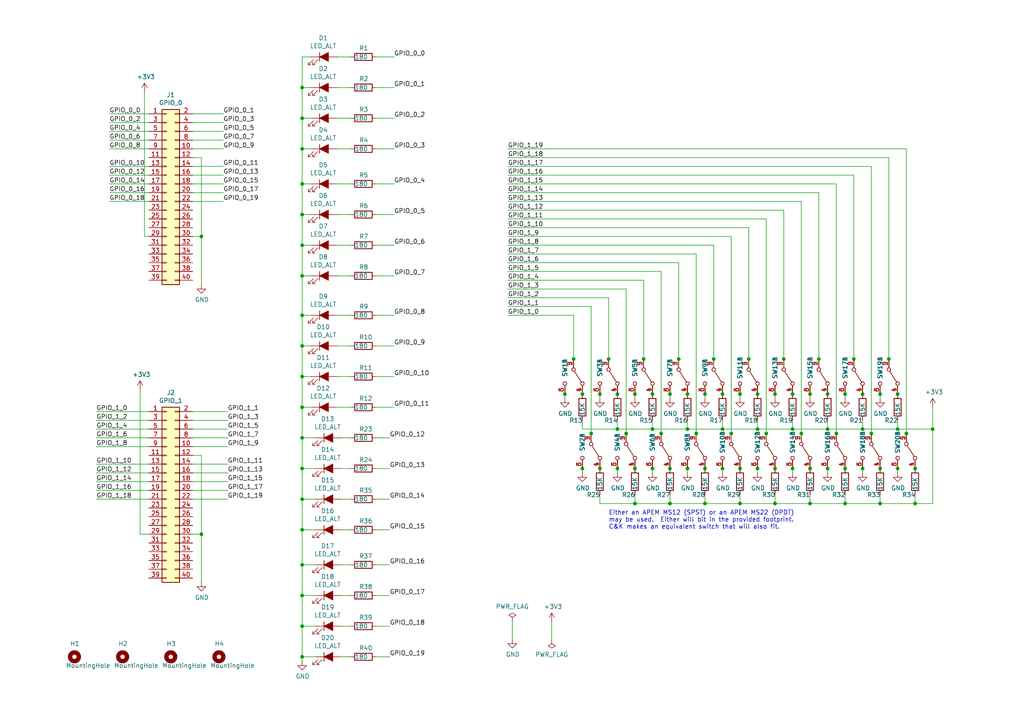
<source format=kicad_sch>
(kicad_sch (version 20211123) (generator eeschema)
  (paper "A4")
  (junction (at 87.63 91.44))
  (junction (at 204.47 135.89))
  (junction (at 87.63 118.11))
  (junction (at 87.63 135.89))
  (junction (at 196.85 104.14))
  (junction (at 260.35 124.46))
  (junction (at 194.31 114.3))
  (junction (at 245.11 146.05))
  (junction (at 232.41 125.73))
  (junction (at 245.11 135.89))
  (junction (at 168.91 135.89))
  (junction (at 163.83 114.3))
  (junction (at 87.63 43.18))
  (junction (at 58.42 154.94))
  (junction (at 265.43 146.05))
  (junction (at 189.23 124.46))
  (junction (at 245.11 114.3))
  (junction (at 260.35 135.89))
  (junction (at 191.77 125.73))
  (junction (at 87.63 109.22))
  (junction (at 240.03 135.89))
  (junction (at 179.07 135.89))
  (junction (at 240.03 114.3))
  (junction (at 250.19 135.89))
  (junction (at 199.39 124.46))
  (junction (at 199.39 135.89))
  (junction (at 265.43 135.89))
  (junction (at 219.71 124.46))
  (junction (at 179.07 124.46))
  (junction (at 222.25 125.73))
  (junction (at 270.51 124.46))
  (junction (at 87.63 25.4))
  (junction (at 87.63 62.23))
  (junction (at 209.55 124.46))
  (junction (at 242.57 125.73))
  (junction (at 252.73 125.73))
  (junction (at 87.63 127))
  (junction (at 87.63 153.67))
  (junction (at 87.63 172.72))
  (junction (at 87.63 80.01))
  (junction (at 87.63 190.5))
  (junction (at 199.39 114.3))
  (junction (at 201.93 125.73))
  (junction (at 219.71 114.3))
  (junction (at 166.37 104.14))
  (junction (at 204.47 114.3))
  (junction (at 234.95 146.05))
  (junction (at 179.07 114.3))
  (junction (at 87.63 53.34))
  (junction (at 87.63 181.61))
  (junction (at 229.87 124.46))
  (junction (at 189.23 135.89))
  (junction (at 58.42 68.58))
  (junction (at 176.53 104.14))
  (junction (at 184.15 146.05))
  (junction (at 227.33 104.14))
  (junction (at 257.81 104.14))
  (junction (at 217.17 104.14))
  (junction (at 224.79 146.05))
  (junction (at 255.27 114.3))
  (junction (at 173.99 114.3))
  (junction (at 247.65 104.14))
  (junction (at 214.63 135.89))
  (junction (at 194.31 146.05))
  (junction (at 234.95 135.89))
  (junction (at 186.69 104.14))
  (junction (at 224.79 114.3))
  (junction (at 229.87 114.3))
  (junction (at 204.47 146.05))
  (junction (at 212.09 125.73))
  (junction (at 262.89 125.73))
  (junction (at 260.35 114.3))
  (junction (at 194.31 135.89))
  (junction (at 209.55 135.89))
  (junction (at 237.49 104.14))
  (junction (at 87.63 71.12))
  (junction (at 219.71 135.89))
  (junction (at 255.27 146.05))
  (junction (at 168.91 114.3))
  (junction (at 171.45 125.73))
  (junction (at 255.27 135.89))
  (junction (at 184.15 135.89))
  (junction (at 250.19 124.46))
  (junction (at 189.23 114.3))
  (junction (at 87.63 144.78))
  (junction (at 234.95 114.3))
  (junction (at 207.01 104.14))
  (junction (at 250.19 114.3))
  (junction (at 173.99 135.89))
  (junction (at 240.03 124.46))
  (junction (at 209.55 114.3))
  (junction (at 87.63 34.29))
  (junction (at 184.15 114.3))
  (junction (at 224.79 135.89))
  (junction (at 229.87 135.89))
  (junction (at 87.63 100.33))
  (junction (at 87.63 163.83))
  (junction (at 181.61 125.73))
  (junction (at 214.63 114.3))
  (junction (at 214.63 146.05))
  (wire (pts (xy 173.99 115.57) (xy 173.99 114.3)))
  (wire (pts (xy 55.88 45.72) (xy 58.42 45.72)))
  (wire (pts (xy 31.75 43.18) (xy 43.18 43.18)))
  (wire (pts (xy 255.27 143.51) (xy 255.27 146.05)))
  (wire (pts (xy 204.47 115.57) (xy 204.47 114.3)))
  (wire (pts (xy 240.03 135.89) (xy 240.03 137.16)))
  (wire (pts (xy 147.32 83.82) (xy 181.61 83.82)))
  (wire (pts (xy 31.75 35.56) (xy 43.18 35.56)))
  (wire (pts (xy 163.83 114.3) (xy 163.83 115.57)))
  (wire (pts (xy 97.79 100.33) (xy 101.6 100.33)))
  (wire (pts (xy 87.63 100.33) (xy 87.63 91.44)))
  (wire (pts (xy 147.32 76.2) (xy 196.85 76.2)))
  (wire (pts (xy 55.88 127) (xy 66.04 127)))
  (wire (pts (xy 147.32 86.36) (xy 176.53 86.36)))
  (wire (pts (xy 87.63 181.61) (xy 87.63 172.72)))
  (wire (pts (xy 97.79 62.23) (xy 101.6 62.23)))
  (wire (pts (xy 87.63 34.29) (xy 87.63 25.4)))
  (wire (pts (xy 90.17 109.22) (xy 87.63 109.22)))
  (wire (pts (xy 109.22 62.23) (xy 114.3 62.23)))
  (wire (pts (xy 179.07 124.46) (xy 189.23 124.46)))
  (wire (pts (xy 204.47 143.51) (xy 204.47 146.05)))
  (wire (pts (xy 90.17 43.18) (xy 87.63 43.18)))
  (wire (pts (xy 43.18 142.24) (xy 27.94 142.24)))
  (wire (pts (xy 55.88 137.16) (xy 66.04 137.16)))
  (wire (pts (xy 147.32 73.66) (xy 201.93 73.66)))
  (wire (pts (xy 97.79 16.51) (xy 101.6 16.51)))
  (wire (pts (xy 55.88 33.02) (xy 64.77 33.02)))
  (wire (pts (xy 250.19 135.89) (xy 250.19 137.16)))
  (wire (pts (xy 91.44 153.67) (xy 87.63 153.67)))
  (wire (pts (xy 168.91 124.46) (xy 179.07 124.46)))
  (wire (pts (xy 109.22 144.78) (xy 113.03 144.78)))
  (wire (pts (xy 147.32 63.5) (xy 222.25 63.5)))
  (wire (pts (xy 41.91 68.58) (xy 41.91 26.67)))
  (wire (pts (xy 87.63 91.44) (xy 87.63 80.01)))
  (wire (pts (xy 171.45 88.9) (xy 171.45 125.73)))
  (wire (pts (xy 87.63 62.23) (xy 87.63 53.34)))
  (wire (pts (xy 109.22 181.61) (xy 113.03 181.61)))
  (wire (pts (xy 31.75 50.8) (xy 43.18 50.8)))
  (wire (pts (xy 184.15 115.57) (xy 184.15 114.3)))
  (wire (pts (xy 242.57 53.34) (xy 242.57 125.73)))
  (wire (pts (xy 43.18 121.92) (xy 27.94 121.92)))
  (wire (pts (xy 43.18 68.58) (xy 41.91 68.58)))
  (wire (pts (xy 87.63 191.77) (xy 87.63 190.5)))
  (wire (pts (xy 55.88 43.18) (xy 64.77 43.18)))
  (wire (pts (xy 55.88 38.1) (xy 64.77 38.1)))
  (wire (pts (xy 219.71 124.46) (xy 229.87 124.46)))
  (wire (pts (xy 97.79 34.29) (xy 101.6 34.29)))
  (wire (pts (xy 91.44 144.78) (xy 87.63 144.78)))
  (wire (pts (xy 147.32 50.8) (xy 247.65 50.8)))
  (wire (pts (xy 109.22 25.4) (xy 114.3 25.4)))
  (wire (pts (xy 257.81 104.14) (xy 257.81 45.72)))
  (wire (pts (xy 90.17 80.01) (xy 87.63 80.01)))
  (wire (pts (xy 91.44 163.83) (xy 87.63 163.83)))
  (wire (pts (xy 55.88 139.7) (xy 66.04 139.7)))
  (wire (pts (xy 31.75 38.1) (xy 43.18 38.1)))
  (wire (pts (xy 40.64 113.03) (xy 40.64 154.94)))
  (wire (pts (xy 176.53 104.14) (xy 176.53 86.36)))
  (wire (pts (xy 250.19 124.46) (xy 260.35 124.46)))
  (wire (pts (xy 87.63 153.67) (xy 87.63 144.78)))
  (wire (pts (xy 43.18 144.78) (xy 27.94 144.78)))
  (wire (pts (xy 265.43 143.51) (xy 265.43 146.05)))
  (wire (pts (xy 99.06 144.78) (xy 101.6 144.78)))
  (wire (pts (xy 90.17 118.11) (xy 87.63 118.11)))
  (wire (pts (xy 191.77 78.74) (xy 191.77 125.73)))
  (wire (pts (xy 181.61 83.82) (xy 181.61 125.73)))
  (wire (pts (xy 207.01 104.14) (xy 207.01 71.12)))
  (wire (pts (xy 222.25 63.5) (xy 222.25 125.73)))
  (wire (pts (xy 31.75 55.88) (xy 43.18 55.88)))
  (wire (pts (xy 229.87 121.92) (xy 229.87 124.46)))
  (wire (pts (xy 224.79 146.05) (xy 234.95 146.05)))
  (wire (pts (xy 55.88 48.26) (xy 64.77 48.26)))
  (wire (pts (xy 234.95 146.05) (xy 245.11 146.05)))
  (wire (pts (xy 184.15 146.05) (xy 194.31 146.05)))
  (wire (pts (xy 55.88 53.34) (xy 64.77 53.34)))
  (wire (pts (xy 55.88 68.58) (xy 58.42 68.58)))
  (wire (pts (xy 234.95 115.57) (xy 234.95 114.3)))
  (wire (pts (xy 90.17 62.23) (xy 87.63 62.23)))
  (wire (pts (xy 109.22 16.51) (xy 114.3 16.51)))
  (wire (pts (xy 99.06 172.72) (xy 101.6 172.72)))
  (wire (pts (xy 194.31 146.05) (xy 204.47 146.05)))
  (wire (pts (xy 55.88 132.08) (xy 58.42 132.08)))
  (wire (pts (xy 43.18 129.54) (xy 27.94 129.54)))
  (wire (pts (xy 91.44 127) (xy 87.63 127)))
  (wire (pts (xy 173.99 146.05) (xy 184.15 146.05)))
  (wire (pts (xy 179.07 135.89) (xy 179.07 137.16)))
  (wire (pts (xy 214.63 143.51) (xy 214.63 146.05)))
  (wire (pts (xy 87.63 16.51) (xy 90.17 16.51)))
  (wire (pts (xy 43.18 127) (xy 27.94 127)))
  (wire (pts (xy 90.17 71.12) (xy 87.63 71.12)))
  (wire (pts (xy 58.42 154.94) (xy 58.42 168.91)))
  (wire (pts (xy 90.17 34.29) (xy 87.63 34.29)))
  (wire (pts (xy 224.79 115.57) (xy 224.79 114.3)))
  (wire (pts (xy 240.03 124.46) (xy 250.19 124.46)))
  (wire (pts (xy 97.79 71.12) (xy 101.6 71.12)))
  (wire (pts (xy 217.17 104.14) (xy 217.17 66.04)))
  (wire (pts (xy 109.22 135.89) (xy 113.03 135.89)))
  (wire (pts (xy 43.18 139.7) (xy 27.94 139.7)))
  (wire (pts (xy 58.42 45.72) (xy 58.42 68.58)))
  (wire (pts (xy 270.51 124.46) (xy 270.51 118.11)))
  (wire (pts (xy 270.51 146.05) (xy 270.51 124.46)))
  (wire (pts (xy 43.18 134.62) (xy 27.94 134.62)))
  (wire (pts (xy 109.22 153.67) (xy 113.03 153.67)))
  (wire (pts (xy 87.63 172.72) (xy 87.63 163.83)))
  (wire (pts (xy 55.88 124.46) (xy 66.04 124.46)))
  (wire (pts (xy 87.63 163.83) (xy 87.63 153.67)))
  (wire (pts (xy 97.79 118.11) (xy 101.6 118.11)))
  (wire (pts (xy 109.22 71.12) (xy 114.3 71.12)))
  (wire (pts (xy 147.32 81.28) (xy 186.69 81.28)))
  (wire (pts (xy 58.42 132.08) (xy 58.42 154.94)))
  (wire (pts (xy 109.22 91.44) (xy 114.3 91.44)))
  (wire (pts (xy 219.71 135.89) (xy 219.71 137.16)))
  (wire (pts (xy 204.47 146.05) (xy 214.63 146.05)))
  (wire (pts (xy 87.63 109.22) (xy 87.63 100.33)))
  (wire (pts (xy 87.63 53.34) (xy 87.63 43.18)))
  (wire (pts (xy 212.09 68.58) (xy 212.09 125.73)))
  (wire (pts (xy 147.32 45.72) (xy 257.81 45.72)))
  (wire (pts (xy 55.88 40.64) (xy 64.77 40.64)))
  (wire (pts (xy 87.63 135.89) (xy 87.63 127)))
  (wire (pts (xy 184.15 143.51) (xy 184.15 146.05)))
  (wire (pts (xy 189.23 124.46) (xy 199.39 124.46)))
  (wire (pts (xy 147.32 55.88) (xy 237.49 55.88)))
  (wire (pts (xy 147.32 58.42) (xy 232.41 58.42)))
  (wire (pts (xy 99.06 190.5) (xy 101.6 190.5)))
  (wire (pts (xy 109.22 190.5) (xy 113.03 190.5)))
  (wire (pts (xy 87.63 80.01) (xy 87.63 71.12)))
  (wire (pts (xy 229.87 124.46) (xy 240.03 124.46)))
  (wire (pts (xy 252.73 48.26) (xy 252.73 125.73)))
  (wire (pts (xy 255.27 146.05) (xy 265.43 146.05)))
  (wire (pts (xy 43.18 137.16) (xy 27.94 137.16)))
  (wire (pts (xy 109.22 172.72) (xy 113.03 172.72)))
  (wire (pts (xy 219.71 121.92) (xy 219.71 124.46)))
  (wire (pts (xy 55.88 129.54) (xy 66.04 129.54)))
  (wire (pts (xy 240.03 121.92) (xy 240.03 124.46)))
  (wire (pts (xy 194.31 143.51) (xy 194.31 146.05)))
  (wire (pts (xy 31.75 53.34) (xy 43.18 53.34)))
  (wire (pts (xy 55.88 144.78) (xy 66.04 144.78)))
  (wire (pts (xy 199.39 121.92) (xy 199.39 124.46)))
  (wire (pts (xy 91.44 172.72) (xy 87.63 172.72)))
  (wire (pts (xy 168.91 121.92) (xy 168.91 124.46)))
  (wire (pts (xy 87.63 118.11) (xy 87.63 109.22)))
  (wire (pts (xy 179.07 121.92) (xy 179.07 124.46)))
  (wire (pts (xy 109.22 43.18) (xy 114.3 43.18)))
  (wire (pts (xy 43.18 119.38) (xy 27.94 119.38)))
  (wire (pts (xy 90.17 53.34) (xy 87.63 53.34)))
  (wire (pts (xy 199.39 124.46) (xy 209.55 124.46)))
  (wire (pts (xy 147.32 66.04) (xy 217.17 66.04)))
  (wire (pts (xy 199.39 135.89) (xy 199.39 137.16)))
  (wire (pts (xy 255.27 115.57) (xy 255.27 114.3)))
  (wire (pts (xy 91.44 135.89) (xy 87.63 135.89)))
  (wire (pts (xy 31.75 48.26) (xy 43.18 48.26)))
  (wire (pts (xy 166.37 91.44) (xy 147.32 91.44)))
  (wire (pts (xy 55.88 55.88) (xy 64.77 55.88)))
  (wire (pts (xy 55.88 154.94) (xy 58.42 154.94)))
  (wire (pts (xy 99.06 181.61) (xy 101.6 181.61)))
  (wire (pts (xy 58.42 68.58) (xy 58.42 82.55)))
  (wire (pts (xy 229.87 135.89) (xy 229.87 137.16)))
  (wire (pts (xy 265.43 146.05) (xy 270.51 146.05)))
  (wire (pts (xy 55.88 58.42) (xy 64.77 58.42)))
  (wire (pts (xy 109.22 118.11) (xy 114.3 118.11)))
  (wire (pts (xy 147.32 53.34) (xy 242.57 53.34)))
  (wire (pts (xy 168.91 135.89) (xy 168.91 137.16)))
  (wire (pts (xy 91.44 181.61) (xy 87.63 181.61)))
  (wire (pts (xy 260.35 121.92) (xy 260.35 124.46)))
  (wire (pts (xy 214.63 115.57) (xy 214.63 114.3)))
  (wire (pts (xy 109.22 127) (xy 113.03 127)))
  (wire (pts (xy 31.75 58.42) (xy 43.18 58.42)))
  (wire (pts (xy 90.17 100.33) (xy 87.63 100.33)))
  (wire (pts (xy 55.88 50.8) (xy 64.77 50.8)))
  (wire (pts (xy 250.19 121.92) (xy 250.19 124.46)))
  (wire (pts (xy 147.32 71.12) (xy 207.01 71.12)))
  (wire (pts (xy 173.99 143.51) (xy 173.99 146.05)))
  (wire (pts (xy 147.32 88.9) (xy 171.45 88.9)))
  (wire (pts (xy 147.32 48.26) (xy 252.73 48.26)))
  (wire (pts (xy 87.63 25.4) (xy 87.63 16.51)))
  (wire (pts (xy 97.79 53.34) (xy 101.6 53.34)))
  (wire (pts (xy 55.88 142.24) (xy 66.04 142.24)))
  (wire (pts (xy 55.88 119.38) (xy 66.04 119.38)))
  (wire (pts (xy 166.37 104.14) (xy 166.37 91.44)))
  (wire (pts (xy 55.88 134.62) (xy 66.04 134.62)))
  (wire (pts (xy 260.35 124.46) (xy 270.51 124.46)))
  (wire (pts (xy 109.22 34.29) (xy 114.3 34.29)))
  (wire (pts (xy 40.64 154.94) (xy 43.18 154.94)))
  (wire (pts (xy 234.95 143.51) (xy 234.95 146.05)))
  (wire (pts (xy 87.63 190.5) (xy 87.63 181.61)))
  (wire (pts (xy 87.63 43.18) (xy 87.63 34.29)))
  (wire (pts (xy 91.44 190.5) (xy 87.63 190.5)))
  (wire (pts (xy 224.79 143.51) (xy 224.79 146.05)))
  (wire (pts (xy 209.55 124.46) (xy 219.71 124.46)))
  (wire (pts (xy 87.63 127) (xy 87.63 118.11)))
  (wire (pts (xy 147.32 68.58) (xy 212.09 68.58)))
  (wire (pts (xy 90.17 25.4) (xy 87.63 25.4)))
  (wire (pts (xy 99.06 153.67) (xy 101.6 153.67)))
  (wire (pts (xy 87.63 71.12) (xy 87.63 62.23)))
  (wire (pts (xy 214.63 146.05) (xy 224.79 146.05)))
  (wire (pts (xy 189.23 135.89) (xy 189.23 137.16)))
  (wire (pts (xy 147.32 60.96) (xy 227.33 60.96)))
  (wire (pts (xy 196.85 104.14) (xy 196.85 76.2)))
  (wire (pts (xy 55.88 121.92) (xy 66.04 121.92)))
  (wire (pts (xy 31.75 40.64) (xy 43.18 40.64)))
  (wire (pts (xy 232.41 58.42) (xy 232.41 125.73)))
  (wire (pts (xy 260.35 135.89) (xy 260.35 137.16)))
  (wire (pts (xy 109.22 163.83) (xy 113.03 163.83)))
  (wire (pts (xy 262.89 43.18) (xy 262.89 125.73)))
  (wire (pts (xy 55.88 35.56) (xy 64.77 35.56)))
  (wire (pts (xy 109.22 109.22) (xy 114.3 109.22)))
  (wire (pts (xy 209.55 121.92) (xy 209.55 124.46)))
  (wire (pts (xy 97.79 25.4) (xy 101.6 25.4)))
  (wire (pts (xy 186.69 104.14) (xy 186.69 81.28)))
  (wire (pts (xy 109.22 100.33) (xy 114.3 100.33)))
  (wire (pts (xy 201.93 73.66) (xy 201.93 125.73)))
  (wire (pts (xy 237.49 104.14) (xy 237.49 55.88)))
  (wire (pts (xy 147.32 43.18) (xy 262.89 43.18)))
  (wire (pts (xy 109.22 53.34) (xy 114.3 53.34)))
  (wire (pts (xy 245.11 143.51) (xy 245.11 146.05)))
  (wire (pts (xy 90.17 91.44) (xy 87.63 91.44)))
  (wire (pts (xy 160.02 185.42) (xy 160.02 180.34)))
  (wire (pts (xy 148.59 185.42) (xy 148.59 180.34)))
  (wire (pts (xy 97.79 91.44) (xy 101.6 91.44)))
  (wire (pts (xy 109.22 80.01) (xy 114.3 80.01)))
  (wire (pts (xy 97.79 80.01) (xy 101.6 80.01)))
  (wire (pts (xy 147.32 78.74) (xy 191.77 78.74)))
  (wire (pts (xy 43.18 124.46) (xy 27.94 124.46)))
  (wire (pts (xy 99.06 135.89) (xy 101.6 135.89)))
  (wire (pts (xy 209.55 135.89) (xy 209.55 137.16)))
  (wire (pts (xy 87.63 144.78) (xy 87.63 135.89)))
  (wire (pts (xy 245.11 115.57) (xy 245.11 114.3)))
  (wire (pts (xy 99.06 127) (xy 101.6 127)))
  (wire (pts (xy 194.31 115.57) (xy 194.31 114.3)))
  (wire (pts (xy 97.79 109.22) (xy 101.6 109.22)))
  (wire (pts (xy 189.23 121.92) (xy 189.23 124.46)))
  (wire (pts (xy 247.65 104.14) (xy 247.65 50.8)))
  (wire (pts (xy 245.11 146.05) (xy 255.27 146.05)))
  (wire (pts (xy 99.06 163.83) (xy 101.6 163.83)))
  (wire (pts (xy 97.79 43.18) (xy 101.6 43.18)))
  (wire (pts (xy 31.75 33.02) (xy 43.18 33.02)))
  (wire (pts (xy 227.33 104.14) (xy 227.33 60.96)))
  (text "Either an APEM MS12 (SPST) or an APEM MS22 (DPDT)\nmay be used.  Either will bit in the provided footprint.\nC&K makes an equivalent switch that will also fit." (at 176.53 153.67 0) (effects (font (size 1.27 1.27)) (justify left bottom)))
  (label "GPIO_1_9" (at 66.04 129.54 0))
  (label "GPIO_1_15" (at 147.32 53.34 0))
  (label "GPIO_1_2" (at 147.32 86.36 0))
  (label "GPIO_1_18" (at 27.94 144.78 0))
  (label "GPIO_0_8" (at 114.3 91.44 0))
  (label "GPIO_0_6" (at 114.3 71.12 0))
  (label "GPIO_0_7" (at 64.77 40.64 0))
  (label "GPIO_0_19" (at 64.77 58.42 0))
  (label "GPIO_0_12" (at 31.75 50.8 0))
  (label "GPIO_0_9" (at 64.77 43.18 0))
  (label "GPIO_0_17" (at 64.77 55.88 0))
  (label "GPIO_1_7" (at 66.04 127 0))
  (label "GPIO_1_3" (at 147.32 83.82 0))
  (label "GPIO_0_9" (at 114.3 100.33 0))
  (label "GPIO_0_2" (at 114.3 34.29 0))
  (label "GPIO_1_10" (at 27.94 134.62 0))
  (label "GPIO_1_17" (at 147.32 48.26 0))
  (label "GPIO_0_19" (at 113.03 190.5 0))
  (label "GPIO_0_17" (at 113.03 172.72 0))
  (label "GPIO_1_2" (at 27.94 121.92 0))
  (label "GPIO_1_13" (at 147.32 58.42 0))
  (label "GPIO_0_5" (at 114.3 62.23 0))
  (label "GPIO_0_1" (at 114.3 25.4 0))
  (label "GPIO_0_14" (at 31.75 53.34 0))
  (label "GPIO_1_1" (at 66.04 119.38 0))
  (label "GPIO_1_1" (at 147.32 88.9 0))
  (label "GPIO_1_4" (at 147.32 81.28 0))
  (label "GPIO_1_14" (at 27.94 139.7 0))
  (label "GPIO_0_3" (at 114.3 43.18 0))
  (label "GPIO_0_2" (at 31.75 35.56 0))
  (label "GPIO_1_19" (at 66.04 144.78 0))
  (label "GPIO_1_0" (at 27.94 119.38 0))
  (label "GPIO_1_8" (at 27.94 129.54 0))
  (label "GPIO_1_0" (at 147.32 91.44 0))
  (label "GPIO_0_6" (at 31.75 40.64 0))
  (label "GPIO_0_4" (at 31.75 38.1 0))
  (label "GPIO_0_0" (at 114.3 16.51 0))
  (label "GPIO_0_5" (at 64.77 38.1 0))
  (label "GPIO_1_19" (at 147.32 43.18 0))
  (label "GPIO_0_10" (at 31.75 48.26 0))
  (label "GPIO_1_12" (at 27.94 137.16 0))
  (label "GPIO_1_16" (at 27.94 142.24 0))
  (label "GPIO_0_3" (at 64.77 35.56 0))
  (label "GPIO_1_6" (at 27.94 127 0))
  (label "GPIO_1_12" (at 147.32 60.96 0))
  (label "GPIO_1_6" (at 147.32 76.2 0))
  (label "GPIO_0_18" (at 113.03 181.61 0))
  (label "GPIO_1_14" (at 147.32 55.88 0))
  (label "GPIO_0_15" (at 64.77 53.34 0))
  (label "GPIO_1_13" (at 66.04 137.16 0))
  (label "GPIO_1_5" (at 147.32 78.74 0))
  (label "GPIO_1_17" (at 66.04 142.24 0))
  (label "GPIO_0_7" (at 114.3 80.01 0))
  (label "GPIO_0_8" (at 31.75 43.18 0))
  (label "GPIO_1_7" (at 147.32 73.66 0))
  (label "GPIO_1_4" (at 27.94 124.46 0))
  (label "GPIO_0_16" (at 113.03 163.83 0))
  (label "GPIO_0_15" (at 113.03 153.67 0))
  (label "GPIO_1_15" (at 66.04 139.7 0))
  (label "GPIO_1_10" (at 147.32 66.04 0))
  (label "GPIO_0_0" (at 31.75 33.02 0))
  (label "GPIO_1_11" (at 147.32 63.5 0))
  (label "GPIO_0_13" (at 64.77 50.8 0))
  (label "GPIO_0_13" (at 113.03 135.89 0))
  (label "GPIO_1_3" (at 66.04 121.92 0))
  (label "GPIO_0_11" (at 64.77 48.26 0))
  (label "GPIO_1_16" (at 147.32 50.8 0))
  (label "GPIO_0_11" (at 114.3 118.11 0))
  (label "GPIO_0_10" (at 114.3 109.22 0))
  (label "GPIO_0_12" (at 113.03 127 0))
  (label "GPIO_1_18" (at 147.32 45.72 0))
  (label "GPIO_0_14" (at 113.03 144.78 0))
  (label "GPIO_1_11" (at 66.04 134.62 0))
  (label "GPIO_1_8" (at 147.32 71.12 0))
  (label "GPIO_0_1" (at 64.77 33.02 0))
  (label "GPIO_1_5" (at 66.04 124.46 0))
  (label "GPIO_1_9" (at 147.32 68.58 0))
  (label "GPIO_0_16" (at 31.75 55.88 0))
  (label "GPIO_0_18" (at 31.75 58.42 0))
  (label "GPIO_0_4" (at 114.3 53.34 0))
  (symbol (lib_id "Device:LED_ALT") (at 93.98 16.51 0) (unit 1)
    (property "Reference" "D1" (at 93.7514 11.0236 0))
    (property "Value" "LED_ALT" (at 93.7514 13.335 0))
    (property "Footprint" "LED_SMD:LED_1210_3225Metric_Castellated" (effects hide))
  )
  (symbol (lib_id "Connector_Generic:Conn_02x20_Odd_Even") (at 48.26 55.88 0) (unit 1)
    (property "Reference" "J1" (at 49.53 27.5082 0))
    (property "Value" "GPIO_0" (at 49.53 29.8196 0))
    (property "Footprint" "Connector_PinHeader_2.54mm:PinHeader_2x20_P2.54mm_Vertical" (effects hide))
  )
  (symbol (lib_id "Connector_Generic:Conn_02x20_Odd_Even") (at 48.26 142.24 0) (unit 1)
    (property "Reference" "J2" (at 49.53 113.8682 0))
    (property "Value" "GPIO_1" (at 49.53 116.1796 0))
    (property "Footprint" "Connector_PinHeader_2.54mm:PinHeader_2x20_P2.54mm_Vertical" (effects hide))
  )
  (symbol (lib_id "Device:LED_ALT") (at 93.98 25.4 0) (unit 1)
    (property "Reference" "D2" (at 93.7514 19.9136 0))
    (property "Value" "LED_ALT" (at 93.7514 22.225 0))
    (property "Footprint" "LED_SMD:LED_1210_3225Metric_Castellated" (effects hide))
  )
  (symbol (lib_id "Device:LED_ALT") (at 93.98 34.29 0) (unit 1)
    (property "Reference" "D3" (at 93.7514 28.8036 0))
    (property "Value" "LED_ALT" (at 93.7514 31.115 0))
    (property "Footprint" "LED_SMD:LED_1210_3225Metric_Castellated" (effects hide))
  )
  (symbol (lib_id "Device:LED_ALT") (at 93.98 43.18 0) (unit 1)
    (property "Reference" "D4" (at 93.7514 37.6936 0))
    (property "Value" "LED_ALT" (at 93.7514 40.005 0))
    (property "Footprint" "LED_SMD:LED_1210_3225Metric_Castellated" (effects hide))
  )
  (symbol (lib_id "power:+3V3") (at 40.64 113.03 0) (unit 1)
    (property "Reference" "#PWR06" (effects hide))
    (property "Value" "+3V3" (at 41.021 108.6358 0))
  )
  (symbol (lib_id "power:GND") (at 87.63 191.77 0) (unit 1)
    (property "Reference" "#PWR013" (effects hide))
    (property "Value" "GND" (at 87.757 196.1642 0))
  )
  (symbol (lib_id "power:PWR_FLAG") (at 148.59 180.34 0) (unit 1)
    (property "Reference" "#FLG01" (effects hide))
    (property "Value" "PWR_FLAG" (at 148.59 175.9204 0))
  )
  (symbol (lib_id "Device:LED_ALT") (at 93.98 53.34 0) (unit 1)
    (property "Reference" "D5" (at 93.7514 47.8536 0))
    (property "Value" "LED_ALT" (at 93.7514 50.165 0))
    (property "Footprint" "LED_SMD:LED_1210_3225Metric_Castellated" (effects hide))
  )
  (symbol (lib_id "Device:LED_ALT") (at 93.98 62.23 0) (unit 1)
    (property "Reference" "D6" (at 93.7514 56.7436 0))
    (property "Value" "LED_ALT" (at 93.7514 59.055 0))
    (property "Footprint" "LED_SMD:LED_1210_3225Metric_Castellated" (effects hide))
  )
  (symbol (lib_id "Device:LED_ALT") (at 93.98 71.12 0) (unit 1)
    (property "Reference" "D7" (at 93.7514 65.6336 0))
    (property "Value" "LED_ALT" (at 93.7514 67.945 0))
    (property "Footprint" "LED_SMD:LED_1210_3225Metric_Castellated" (effects hide))
  )
  (symbol (lib_id "Device:LED_ALT") (at 93.98 80.01 0) (unit 1)
    (property "Reference" "D8" (at 93.7514 74.5236 0))
    (property "Value" "LED_ALT" (at 93.7514 76.835 0))
    (property "Footprint" "LED_SMD:LED_1210_3225Metric_Castellated" (effects hide))
  )
  (symbol (lib_id "Device:LED_ALT") (at 93.98 91.44 0) (unit 1)
    (property "Reference" "D9" (at 93.7514 85.9536 0))
    (property "Value" "LED_ALT" (at 93.7514 88.265 0))
    (property "Footprint" "LED_SMD:LED_1210_3225Metric_Castellated" (effects hide))
  )
  (symbol (lib_id "Device:LED_ALT") (at 93.98 100.33 0) (unit 1)
    (property "Reference" "D10" (at 93.7514 94.8436 0))
    (property "Value" "LED_ALT" (at 93.7514 97.155 0))
    (property "Footprint" "LED_SMD:LED_1210_3225Metric_Castellated" (effects hide))
  )
  (symbol (lib_id "Device:LED_ALT") (at 93.98 109.22 0) (unit 1)
    (property "Reference" "D11" (at 93.7514 103.7336 0))
    (property "Value" "LED_ALT" (at 93.7514 106.045 0))
    (property "Footprint" "LED_SMD:LED_1210_3225Metric_Castellated" (effects hide))
  )
  (symbol (lib_id "Device:LED_ALT") (at 93.98 118.11 0) (unit 1)
    (property "Reference" "D12" (at 93.7514 112.6236 0))
    (property "Value" "LED_ALT" (at 93.7514 114.935 0))
    (property "Footprint" "LED_SMD:LED_1210_3225Metric_Castellated" (effects hide))
  )
  (symbol (lib_id "Device:LED_ALT") (at 95.25 127 0) (unit 1)
    (property "Reference" "D13" (at 95.0214 121.5136 0))
    (property "Value" "LED_ALT" (at 95.0214 123.825 0))
    (property "Footprint" "LED_SMD:LED_1210_3225Metric_Castellated" (effects hide))
  )
  (symbol (lib_id "Device:LED_ALT") (at 95.25 135.89 0) (unit 1)
    (property "Reference" "D14" (at 95.0214 130.4036 0))
    (property "Value" "LED_ALT" (at 95.0214 132.715 0))
    (property "Footprint" "LED_SMD:LED_1210_3225Metric_Castellated" (effects hide))
  )
  (symbol (lib_id "Device:LED_ALT") (at 95.25 144.78 0) (unit 1)
    (property "Reference" "D15" (at 95.0214 139.2936 0))
    (property "Value" "LED_ALT" (at 95.0214 141.605 0))
    (property "Footprint" "LED_SMD:LED_1210_3225Metric_Castellated" (effects hide))
  )
  (symbol (lib_id "Device:LED_ALT") (at 95.25 153.67 0) (unit 1)
    (property "Reference" "D16" (at 95.0214 148.1836 0))
    (property "Value" "LED_ALT" (at 95.0214 150.495 0))
    (property "Footprint" "LED_SMD:LED_1210_3225Metric_Castellated" (effects hide))
  )
  (symbol (lib_id "Device:LED_ALT") (at 95.25 163.83 0) (unit 1)
    (property "Reference" "D17" (at 95.0214 158.3436 0))
    (property "Value" "LED_ALT" (at 95.0214 160.655 0))
    (property "Footprint" "LED_SMD:LED_1210_3225Metric_Castellated" (effects hide))
  )
  (symbol (lib_id "Device:LED_ALT") (at 95.25 172.72 0) (unit 1)
    (property "Reference" "D18" (at 95.0214 167.2336 0))
    (property "Value" "LED_ALT" (at 95.0214 169.545 0))
    (property "Footprint" "LED_SMD:LED_1210_3225Metric_Castellated" (effects hide))
  )
  (symbol (lib_id "Device:LED_ALT") (at 95.25 181.61 0) (unit 1)
    (property "Reference" "D19" (at 95.0214 176.1236 0))
    (property "Value" "LED_ALT" (at 95.0214 178.435 0))
    (property "Footprint" "LED_SMD:LED_1210_3225Metric_Castellated" (effects hide))
  )
  (symbol (lib_id "Device:LED_ALT") (at 95.25 190.5 0) (unit 1)
    (property "Reference" "D20" (at 95.0214 185.0136 0))
    (property "Value" "LED_ALT" (at 95.0214 187.325 0))
    (property "Footprint" "LED_SMD:LED_1210_3225Metric_Castellated" (effects hide))
  )
  (symbol (lib_id "power:GND") (at 58.42 82.55 0) (unit 1)
    (property "Reference" "#PWR05" (effects hide))
    (property "Value" "GND" (at 58.547 86.9442 0))
  )
  (symbol (lib_id "power:GND") (at 58.42 168.91 0) (unit 1)
    (property "Reference" "#PWR010" (effects hide))
    (property "Value" "GND" (at 58.547 173.3042 0))
  )
  (symbol (lib_id "power:+3V3") (at 41.91 26.67 0) (unit 1)
    (property "Reference" "#PWR01" (effects hide))
    (property "Value" "+3V3" (at 42.291 22.2758 0))
  )
  (symbol (lib_id "Mechanical:MountingHole") (at 49.53 190.5 0) (unit 1)
    (property "Reference" "H3" (at 48.26 186.69 0) (effects (justify left)))
    (property "Value" "MountingHole" (at 46.99 193.04 0) (effects (justify left)))
    (property "Footprint" "MountingHole:MountingHole_3.2mm_M3_Pad" (effects hide))
  )
  (symbol (lib_id "Mechanical:MountingHole") (at 35.56 190.5 0) (unit 1)
    (property "Reference" "H2" (at 34.29 186.69 0) (effects (justify left)))
    (property "Value" "MountingHole" (at 33.02 193.04 0) (effects (justify left)))
    (property "Footprint" "MountingHole:MountingHole_3.2mm_M3_Pad" (effects hide))
  )
  (symbol (lib_id "Mechanical:MountingHole") (at 21.59 190.5 0) (unit 1)
    (property "Reference" "H1" (at 20.32 186.69 0) (effects (justify left)))
    (property "Value" "MountingHole" (at 19.05 193.04 0) (effects (justify left)))
    (property "Footprint" "MountingHole:MountingHole_3.2mm_M3_Pad" (effects hide))
  )
  (symbol (lib_id "Mechanical:MountingHole") (at 63.5 190.5 0) (unit 1)
    (property "Reference" "H4" (at 62.23 186.69 0) (effects (justify left)))
    (property "Value" "MountingHole" (at 60.96 193.04 0) (effects (justify left)))
    (property "Footprint" "MountingHole:MountingHole_3.2mm_M3_Pad" (effects hide))
  )
  (symbol (lib_id "power:+3V3") (at 270.51 118.11 0) (unit 1)
    (property "Reference" "#PWR02" (effects hide))
    (property "Value" "+3V3" (at 270.891 113.7158 0))
  )
  (symbol (lib_id "Switch:SW_DPDT_x2") (at 166.37 109.22 270) (unit 1)
    (property "Reference" "SW1" (at 163.83 106.68 0))
    (property "Value" " " (at 171.45 113.03 0))
    (property "Footprint" "mts_THT:DPDT-3.2MM" (effects hide))
  )
  (symbol (lib_id "Switch:SW_DPDT_x2") (at 166.37 109.22 270) (unit 2)
    (property "Reference" "SW1" (at 163.83 106.68 0))
    (property "Value" " " (at 171.2976 109.22 0))
    (property "Footprint" "mts_THT:DPDT-3.2MM" (effects hide))
  )
  (symbol (lib_id "Switch:SW_DPDT_x2") (at 176.53 109.22 270) (unit 2)
    (property "Reference" "SW3" (at 173.99 106.68 0))
    (property "Value" " " (at 181.4576 109.22 0))
    (property "Footprint" "mts_THT:DPDT-3.2MM" (effects hide))
  )
  (symbol (lib_id "Switch:SW_DPDT_x2") (at 176.53 109.22 270) (unit 1)
    (property "Reference" "SW3" (at 173.99 106.68 0))
    (property "Value" " " (at 181.61 113.03 0))
    (property "Footprint" "mts_THT:DPDT-3.2MM" (effects hide))
  )
  (symbol (lib_id "Switch:SW_DPDT_x2") (at 171.45 130.81 270) (unit 2)
    (property "Reference" "SW2" (at 168.91 128.27 0))
    (property "Value" " " (at 176.3776 130.81 0))
    (property "Footprint" "mts_THT:DPDT-3.2MM" (effects hide))
  )
  (symbol (lib_id "Switch:SW_DPDT_x2") (at 171.45 130.81 270) (unit 1)
    (property "Reference" "SW2" (at 168.91 128.27 0))
    (property "Value" " " (at 176.53 134.62 0))
    (property "Footprint" "mts_THT:DPDT-3.2MM" (effects hide))
  )
  (symbol (lib_id "Switch:SW_DPDT_x2") (at 181.61 130.81 270) (unit 2)
    (property "Reference" "SW4" (at 179.07 128.27 0))
    (property "Value" " " (at 186.5376 130.81 0))
    (property "Footprint" "mts_THT:DPDT-3.2MM" (effects hide))
  )
  (symbol (lib_id "Switch:SW_DPDT_x2") (at 181.61 130.81 270) (unit 1)
    (property "Reference" "SW4" (at 179.07 128.27 0))
    (property "Value" " " (at 186.69 134.62 0))
    (property "Footprint" "mts_THT:DPDT-3.2MM" (effects hide))
  )
  (symbol (lib_id "power:GND") (at 163.83 115.57 0) (unit 1)
    (property "Reference" "#PWR07" (effects hide))
    (property "Value" "GND" (at 163.957 119.9642 0))
  )
  (symbol (lib_id "Device:R") (at 168.91 118.11 0) (unit 1)
    (property "Reference" "R13" (at 165.1 121.92 0) (effects (justify left)))
    (property "Value" "15K" (at 168.91 120.65 90) (effects (justify left)))
    (property "Footprint" "Resistor_SMD:R_0603_1608Metric_Pad1.05x0.95mm_HandSolder" (effects hide))
  )
  (symbol (lib_id "Device:R") (at 179.07 118.11 0) (unit 1)
    (property "Reference" "R14" (at 175.26 121.92 0) (effects (justify left)))
    (property "Value" "15K" (at 179.07 120.65 90) (effects (justify left)))
    (property "Footprint" "Resistor_SMD:R_0603_1608Metric_Pad1.05x0.95mm_HandSolder" (effects hide))
  )
  (symbol (lib_id "Device:R") (at 189.23 118.11 0) (unit 1)
    (property "Reference" "R15" (at 185.42 121.92 0) (effects (justify left)))
    (property "Value" "15K" (at 189.23 120.65 90) (effects (justify left)))
    (property "Footprint" "Resistor_SMD:R_0603_1608Metric_Pad1.05x0.95mm_HandSolder" (effects hide))
  )
  (symbol (lib_id "Device:R") (at 199.39 118.11 0) (unit 1)
    (property "Reference" "R16" (at 195.58 121.92 0) (effects (justify left)))
    (property "Value" "15K" (at 199.39 120.65 90) (effects (justify left)))
    (property "Footprint" "Resistor_SMD:R_0603_1608Metric_Pad1.05x0.95mm_HandSolder" (effects hide))
  )
  (symbol (lib_id "Device:R") (at 209.55 118.11 0) (unit 1)
    (property "Reference" "R17" (at 205.74 121.92 0) (effects (justify left)))
    (property "Value" "15K" (at 209.55 120.65 90) (effects (justify left)))
    (property "Footprint" "Resistor_SMD:R_0603_1608Metric_Pad1.05x0.95mm_HandSolder" (effects hide))
  )
  (symbol (lib_id "Device:R") (at 219.71 118.11 0) (unit 1)
    (property "Reference" "R18" (at 215.9 121.92 0) (effects (justify left)))
    (property "Value" "15K" (at 219.71 120.65 90) (effects (justify left)))
    (property "Footprint" "Resistor_SMD:R_0603_1608Metric_Pad1.05x0.95mm_HandSolder" (effects hide))
  )
  (symbol (lib_id "Device:R") (at 229.87 118.11 0) (unit 1)
    (property "Reference" "R19" (at 226.06 121.92 0) (effects (justify left)))
    (property "Value" "15K" (at 229.87 120.65 90) (effects (justify left)))
    (property "Footprint" "Resistor_SMD:R_0603_1608Metric_Pad1.05x0.95mm_HandSolder" (effects hide))
  )
  (symbol (lib_id "Device:R") (at 240.03 118.11 0) (unit 1)
    (property "Reference" "R20" (at 236.22 121.92 0) (effects (justify left)))
    (property "Value" "15K" (at 240.03 120.65 90) (effects (justify left)))
    (property "Footprint" "Resistor_SMD:R_0603_1608Metric_Pad1.05x0.95mm_HandSolder" (effects hide))
  )
  (symbol (lib_id "Device:R") (at 250.19 118.11 0) (unit 1)
    (property "Reference" "R21" (at 246.38 121.92 0) (effects (justify left)))
    (property "Value" "15K" (at 250.19 120.65 90) (effects (justify left)))
    (property "Footprint" "Resistor_SMD:R_0603_1608Metric_Pad1.05x0.95mm_HandSolder" (effects hide))
  )
  (symbol (lib_id "Device:R") (at 260.35 118.11 0) (unit 1)
    (property "Reference" "R22" (at 256.54 121.92 0) (effects (justify left)))
    (property "Value" "15K" (at 260.35 120.65 90) (effects (justify left)))
    (property "Footprint" "Resistor_SMD:R_0603_1608Metric_Pad1.05x0.95mm_HandSolder" (effects hide))
  )
  (symbol (lib_id "power:GND") (at 173.99 115.57 0) (unit 1)
    (property "Reference" "#PWR03" (effects hide))
    (property "Value" "GND" (at 174.117 119.9642 0))
  )
  (symbol (lib_id "power:GND") (at 184.15 115.57 0) (unit 1)
    (property "Reference" "#PWR04" (effects hide))
    (property "Value" "GND" (at 184.277 119.9642 0))
  )
  (symbol (lib_id "power:GND") (at 194.31 115.57 0) (unit 1)
    (property "Reference" "#PWR08" (effects hide))
    (property "Value" "GND" (at 194.437 119.9642 0))
  )
  (symbol (lib_id "power:GND") (at 204.47 115.57 0) (unit 1)
    (property "Reference" "#PWR09" (effects hide))
    (property "Value" "GND" (at 204.597 119.9642 0))
  )
  (symbol (lib_id "power:GND") (at 214.63 115.57 0) (unit 1)
    (property "Reference" "#PWR014" (effects hide))
    (property "Value" "GND" (at 214.757 119.9642 0))
  )
  (symbol (lib_id "power:GND") (at 224.79 115.57 0) (unit 1)
    (property "Reference" "#PWR015" (effects hide))
    (property "Value" "GND" (at 224.917 119.9642 0))
  )
  (symbol (lib_id "power:GND") (at 234.95 115.57 0) (unit 1)
    (property "Reference" "#PWR016" (effects hide))
    (property "Value" "GND" (at 235.077 119.9642 0))
  )
  (symbol (lib_id "power:GND") (at 245.11 115.57 0) (unit 1)
    (property "Reference" "#PWR017" (effects hide))
    (property "Value" "GND" (at 245.237 119.9642 0))
  )
  (symbol (lib_id "power:GND") (at 255.27 115.57 0) (unit 1)
    (property "Reference" "#PWR018" (effects hide))
    (property "Value" "GND" (at 255.397 119.9642 0))
  )
  (symbol (lib_id "Switch:SW_DPDT_x2") (at 191.77 130.81 270) (unit 2)
    (property "Reference" "SW6" (at 189.23 128.27 0))
    (property "Value" " " (at 196.6976 130.81 0))
    (property "Footprint" "mts_THT:DPDT-3.2MM" (effects hide))
  )
  (symbol (lib_id "Switch:SW_DPDT_x2") (at 191.77 130.81 270) (unit 1)
    (property "Reference" "SW6" (at 189.23 128.27 0))
    (property "Value" " " (at 196.85 134.62 0))
    (property "Footprint" "mts_THT:DPDT-3.2MM" (effects hide))
  )
  (symbol (lib_id "Switch:SW_DPDT_x2") (at 201.93 130.81 270) (unit 2)
    (property "Reference" "SW8" (at 199.39 128.27 0))
    (property "Value" " " (at 206.8576 130.81 0))
    (property "Footprint" "mts_THT:DPDT-3.2MM" (effects hide))
  )
  (symbol (lib_id "Switch:SW_DPDT_x2") (at 201.93 130.81 270) (unit 1)
    (property "Reference" "SW8" (at 199.39 128.27 0))
    (property "Value" " " (at 207.01 134.62 0))
    (property "Footprint" "mts_THT:DPDT-3.2MM" (effects hide))
  )
  (symbol (lib_id "power:GND") (at 148.59 185.42 0) (unit 1)
    (property "Reference" "#PWR012" (effects hide))
    (property "Value" "GND" (at 148.717 189.8142 0))
  )
  (symbol (lib_id "power:PWR_FLAG") (at 160.02 185.42 180) (unit 1)
    (property "Reference" "#FLG02" (effects hide))
    (property "Value" "PWR_FLAG" (at 160.02 189.8396 0))
  )
  (symbol (lib_id "power:+3V3") (at 160.02 180.34 0) (unit 1)
    (property "Reference" "#PWR011" (effects hide))
    (property "Value" "+3V3" (at 160.401 175.9458 0))
  )
  (symbol (lib_id "Switch:SW_DPDT_x2") (at 212.09 130.81 270) (unit 2)
    (property "Reference" "SW10" (at 209.55 128.27 0))
    (property "Value" " " (at 217.0176 130.81 0))
    (property "Footprint" "mts_THT:DPDT-3.2MM" (effects hide))
  )
  (symbol (lib_id "Switch:SW_DPDT_x2") (at 212.09 130.81 270) (unit 1)
    (property "Reference" "SW10" (at 209.55 128.27 0))
    (property "Value" " " (at 217.17 134.62 0))
    (property "Footprint" "mts_THT:DPDT-3.2MM" (effects hide))
  )
  (symbol (lib_id "Device:R") (at 105.41 16.51 270) (unit 1)
    (property "Reference" "R1" (at 104.14 13.97 90) (effects (justify left)))
    (property "Value" "180" (at 102.87 16.51 90) (effects (justify left)))
    (property "Footprint" "Resistor_SMD:R_0603_1608Metric_Pad1.05x0.95mm_HandSolder" (effects hide))
  )
  (symbol (lib_id "Switch:SW_DPDT_x2") (at 222.25 130.81 270) (unit 2)
    (property "Reference" "SW12" (at 219.71 128.27 0))
    (property "Value" " " (at 227.1776 130.81 0))
    (property "Footprint" "mts_THT:DPDT-3.2MM" (effects hide))
  )
  (symbol (lib_id "Switch:SW_DPDT_x2") (at 222.25 130.81 270) (unit 1)
    (property "Reference" "SW12" (at 219.71 128.27 0))
    (property "Value" " " (at 227.33 134.62 0))
    (property "Footprint" "mts_THT:DPDT-3.2MM" (effects hide))
  )
  (symbol (lib_id "Device:R") (at 265.43 139.7 0) (unit 1)
    (property "Reference" "R34" (at 261.62 143.51 0) (effects (justify left)))
    (property "Value" "15K" (at 265.43 142.24 90) (effects (justify left)))
    (property "Footprint" "Resistor_SMD:R_0603_1608Metric_Pad1.05x0.95mm_HandSolder" (effects hide))
  )
  (symbol (lib_id "Device:R") (at 255.27 139.7 0) (unit 1)
    (property "Reference" "R33" (at 251.46 143.51 0) (effects (justify left)))
    (property "Value" "15K" (at 255.27 142.24 90) (effects (justify left)))
    (property "Footprint" "Resistor_SMD:R_0603_1608Metric_Pad1.05x0.95mm_HandSolder" (effects hide))
  )
  (symbol (lib_id "Device:R") (at 245.11 139.7 0) (unit 1)
    (property "Reference" "R32" (at 241.3 143.51 0) (effects (justify left)))
    (property "Value" "15K" (at 245.11 142.24 90) (effects (justify left)))
    (property "Footprint" "Resistor_SMD:R_0603_1608Metric_Pad1.05x0.95mm_HandSolder" (effects hide))
  )
  (symbol (lib_id "Device:R") (at 234.95 139.7 0) (unit 1)
    (property "Reference" "R31" (at 231.14 143.51 0) (effects (justify left)))
    (property "Value" "15K" (at 234.95 142.24 90) (effects (justify left)))
    (property "Footprint" "Resistor_SMD:R_0603_1608Metric_Pad1.05x0.95mm_HandSolder" (effects hide))
  )
  (symbol (lib_id "Device:R") (at 224.79 139.7 0) (unit 1)
    (property "Reference" "R30" (at 220.98 143.51 0) (effects (justify left)))
    (property "Value" "15K" (at 224.79 142.24 90) (effects (justify left)))
    (property "Footprint" "Resistor_SMD:R_0603_1608Metric_Pad1.05x0.95mm_HandSolder" (effects hide))
  )
  (symbol (lib_id "Device:R") (at 214.63 139.7 0) (unit 1)
    (property "Reference" "R29" (at 210.82 143.51 0) (effects (justify left)))
    (property "Value" "15K" (at 214.63 142.24 90) (effects (justify left)))
    (property "Footprint" "Resistor_SMD:R_0603_1608Metric_Pad1.05x0.95mm_HandSolder" (effects hide))
  )
  (symbol (lib_id "Device:R") (at 204.47 139.7 0) (unit 1)
    (property "Reference" "R28" (at 200.66 143.51 0) (effects (justify left)))
    (property "Value" "15K" (at 204.47 142.24 90) (effects (justify left)))
    (property "Footprint" "Resistor_SMD:R_0603_1608Metric_Pad1.05x0.95mm_HandSolder" (effects hide))
  )
  (symbol (lib_id "Device:R") (at 194.31 139.7 0) (unit 1)
    (property "Reference" "R27" (at 190.5 143.51 0) (effects (justify left)))
    (property "Value" "15K" (at 194.31 142.24 90) (effects (justify left)))
    (property "Footprint" "Resistor_SMD:R_0603_1608Metric_Pad1.05x0.95mm_HandSolder" (effects hide))
  )
  (symbol (lib_id "Device:R") (at 184.15 139.7 0) (unit 1)
    (property "Reference" "R26" (at 180.34 143.51 0) (effects (justify left)))
    (property "Value" "15K" (at 184.15 142.24 90) (effects (justify left)))
    (property "Footprint" "Resistor_SMD:R_0603_1608Metric_Pad1.05x0.95mm_HandSolder" (effects hide))
  )
  (symbol (lib_id "Device:R") (at 173.99 139.7 0) (unit 1)
    (property "Reference" "R25" (at 170.18 143.51 0) (effects (justify left)))
    (property "Value" "15K" (at 173.99 142.24 90) (effects (justify left)))
    (property "Footprint" "Resistor_SMD:R_0603_1608Metric_Pad1.05x0.95mm_HandSolder" (effects hide))
  )
  (symbol (lib_id "power:GND") (at 168.91 137.16 0) (unit 1)
    (property "Reference" "#PWR019" (effects hide))
    (property "Value" "GND" (at 169.037 141.5542 0))
  )
  (symbol (lib_id "power:GND") (at 179.07 137.16 0) (unit 1)
    (property "Reference" "#PWR020" (effects hide))
    (property "Value" "GND" (at 179.197 141.5542 0))
  )
  (symbol (lib_id "power:GND") (at 189.23 137.16 0) (unit 1)
    (property "Reference" "#PWR021" (effects hide))
    (property "Value" "GND" (at 189.357 141.5542 0))
  )
  (symbol (lib_id "power:GND") (at 199.39 137.16 0) (unit 1)
    (property "Reference" "#PWR022" (effects hide))
    (property "Value" "GND" (at 199.517 141.5542 0))
  )
  (symbol (lib_id "power:GND") (at 209.55 137.16 0) (unit 1)
    (property "Reference" "#PWR023" (effects hide))
    (property "Value" "GND" (at 209.677 141.5542 0))
  )
  (symbol (lib_id "power:GND") (at 219.71 137.16 0) (unit 1)
    (property "Reference" "#PWR024" (effects hide))
    (property "Value" "GND" (at 219.837 141.5542 0))
  )
  (symbol (lib_id "power:GND") (at 229.87 137.16 0) (unit 1)
    (property "Reference" "#PWR025" (effects hide))
    (property "Value" "GND" (at 229.997 141.5542 0))
  )
  (symbol (lib_id "power:GND") (at 240.03 137.16 0) (unit 1)
    (property "Reference" "#PWR026" (effects hide))
    (property "Value" "GND" (at 240.157 141.5542 0))
  )
  (symbol (lib_id "Switch:SW_DPDT_x2") (at 232.41 130.81 270) (unit 2)
    (property "Reference" "SW14" (at 229.87 128.27 0))
    (property "Value" " " (at 237.3376 130.81 0))
    (property "Footprint" "mts_THT:DPDT-3.2MM" (effects hide))
  )
  (symbol (lib_id "Switch:SW_DPDT_x2") (at 232.41 130.81 270) (unit 1)
    (property "Reference" "SW14" (at 229.87 128.27 0))
    (property "Value" " " (at 237.49 134.62 0))
    (property "Footprint" "mts_THT:DPDT-3.2MM" (effects hide))
  )
  (symbol (lib_id "power:GND") (at 250.19 137.16 0) (unit 1)
    (property "Reference" "#PWR027" (effects hide))
    (property "Value" "GND" (at 250.317 141.5542 0))
  )
  (symbol (lib_id "power:GND") (at 260.35 137.16 0) (unit 1)
    (property "Reference" "#PWR028" (effects hide))
    (property "Value" "GND" (at 260.477 141.5542 0))
  )
  (symbol (lib_id "Switch:SW_DPDT_x2") (at 242.57 130.81 270) (unit 2)
    (property "Reference" "SW16" (at 240.03 128.27 0))
    (property "Value" " " (at 247.4976 130.81 0))
    (property "Footprint" "mts_THT:DPDT-3.2MM" (effects hide))
  )
  (symbol (lib_id "Switch:SW_DPDT_x2") (at 242.57 130.81 270) (unit 1)
    (property "Reference" "SW16" (at 240.03 128.27 0))
    (property "Value" " " (at 247.65 134.62 0))
    (property "Footprint" "mts_THT:DPDT-3.2MM" (effects hide))
  )
  (symbol (lib_id "Switch:SW_DPDT_x2") (at 252.73 130.81 270) (unit 2)
    (property "Reference" "SW18" (at 250.19 128.27 0))
    (property "Value" " " (at 257.6576 130.81 0))
    (property "Footprint" "mts_THT:DPDT-3.2MM" (effects hide))
  )
  (symbol (lib_id "Switch:SW_DPDT_x2") (at 252.73 130.81 270) (unit 1)
    (property "Reference" "SW18" (at 250.19 128.27 0))
    (property "Value" " " (at 257.81 134.62 0))
    (property "Footprint" "mts_THT:DPDT-3.2MM" (effects hide))
  )
  (symbol (lib_id "Switch:SW_DPDT_x2") (at 262.89 130.81 270) (unit 2)
    (property "Reference" "SW20" (at 260.35 128.27 0))
    (property "Value" " " (at 267.8176 130.81 0))
    (property "Footprint" "mts_THT:DPDT-3.2MM" (effects hide))
  )
  (symbol (lib_id "Switch:SW_DPDT_x2") (at 262.89 130.81 270) (unit 1)
    (property "Reference" "SW20" (at 260.35 128.27 0))
    (property "Value" " " (at 267.97 134.62 0))
    (property "Footprint" "mts_THT:DPDT-3.2MM" (effects hide))
  )
  (symbol (lib_id "Switch:SW_DPDT_x2") (at 186.69 109.22 270) (unit 2)
    (property "Reference" "SW5" (at 184.15 106.68 0))
    (property "Value" " " (at 191.6176 109.22 0))
    (property "Footprint" "mts_THT:DPDT-3.2MM" (effects hide))
  )
  (symbol (lib_id "Switch:SW_DPDT_x2") (at 186.69 109.22 270) (unit 1)
    (property "Reference" "SW5" (at 184.15 106.68 0))
    (property "Value" " " (at 191.77 113.03 0))
    (property "Footprint" "mts_THT:DPDT-3.2MM" (effects hide))
  )
  (symbol (lib_id "Switch:SW_DPDT_x2") (at 196.85 109.22 270) (unit 2)
    (property "Reference" "SW7" (at 194.31 106.68 0))
    (property "Value" " " (at 201.7776 109.22 0))
    (property "Footprint" "mts_THT:DPDT-3.2MM" (effects hide))
  )
  (symbol (lib_id "Switch:SW_DPDT_x2") (at 196.85 109.22 270) (unit 1)
    (property "Reference" "SW7" (at 194.31 106.68 0))
    (property "Value" " " (at 201.93 113.03 0))
    (property "Footprint" "mts_THT:DPDT-3.2MM" (effects hide))
  )
  (symbol (lib_id "Switch:SW_DPDT_x2") (at 207.01 109.22 270) (unit 2)
    (property "Reference" "SW9" (at 204.47 106.68 0))
    (property "Value" " " (at 211.9376 109.22 0))
    (property "Footprint" "mts_THT:DPDT-3.2MM" (effects hide))
  )
  (symbol (lib_id "Switch:SW_DPDT_x2") (at 207.01 109.22 270) (unit 1)
    (property "Reference" "SW9" (at 204.47 106.68 0))
    (property "Value" " " (at 212.09 113.03 0))
    (property "Footprint" "mts_THT:DPDT-3.2MM" (effects hide))
  )
  (symbol (lib_id "Switch:SW_DPDT_x2") (at 217.17 109.22 270) (unit 2)
    (property "Reference" "SW11" (at 214.63 106.68 0))
    (property "Value" " " (at 222.0976 109.22 0))
    (property "Footprint" "mts_THT:DPDT-3.2MM" (effects hide))
  )
  (symbol (lib_id "Switch:SW_DPDT_x2") (at 217.17 109.22 270) (unit 1)
    (property "Reference" "SW11" (at 214.63 106.68 0))
    (property "Value" " " (at 222.25 113.03 0))
    (property "Footprint" "mts_THT:DPDT-3.2MM" (effects hide))
  )
  (symbol (lib_id "Switch:SW_DPDT_x2") (at 227.33 109.22 270) (unit 2)
    (property "Reference" "SW13" (at 224.79 106.68 0))
    (property "Value" " " (at 232.2576 109.22 0))
    (property "Footprint" "mts_THT:DPDT-3.2MM" (effects hide))
  )
  (symbol (lib_id "Switch:SW_DPDT_x2") (at 227.33 109.22 270) (unit 1)
    (property "Reference" "SW13" (at 224.79 106.68 0))
    (property "Value" " " (at 232.41 113.03 0))
    (property "Footprint" "mts_THT:DPDT-3.2MM" (effects hide))
  )
  (symbol (lib_id "Switch:SW_DPDT_x2") (at 237.49 109.22 270) (unit 2)
    (property "Reference" "SW15" (at 234.95 106.68 0))
    (property "Value" " " (at 242.4176 109.22 0))
    (property "Footprint" "mts_THT:DPDT-3.2MM" (effects hide))
  )
  (symbol (lib_id "Switch:SW_DPDT_x2") (at 237.49 109.22 270) (unit 1)
    (property "Reference" "SW15" (at 234.95 106.68 0))
    (property "Value" " " (at 242.57 113.03 0))
    (property "Footprint" "mts_THT:DPDT-3.2MM" (effects hide))
  )
  (symbol (lib_id "Switch:SW_DPDT_x2") (at 247.65 109.22 270) (unit 2)
    (property "Reference" "SW17" (at 245.11 106.68 0))
    (property "Value" " " (at 252.5776 109.22 0))
    (property "Footprint" "mts_THT:DPDT-3.2MM" (effects hide))
  )
  (symbol (lib_id "Switch:SW_DPDT_x2") (at 247.65 109.22 270) (unit 1)
    (property "Reference" "SW17" (at 245.11 106.68 0))
    (property "Value" " " (at 252.73 113.03 0))
    (property "Footprint" "mts_THT:DPDT-3.2MM" (effects hide))
  )
  (symbol (lib_id "Switch:SW_DPDT_x2") (at 257.81 109.22 270) (unit 2)
    (property "Reference" "SW19" (at 255.27 106.68 0))
    (property "Value" " " (at 262.7376 109.22 0))
    (property "Footprint" "mts_THT:DPDT-3.2MM" (effects hide))
  )
  (symbol (lib_id "Switch:SW_DPDT_x2") (at 257.81 109.22 270) (unit 1)
    (property "Reference" "SW19" (at 255.27 106.68 0))
    (property "Value" " " (at 262.89 113.03 0))
    (property "Footprint" "mts_THT:DPDT-3.2MM" (effects hide))
  )
  (symbol (lib_id "Device:R") (at 105.41 25.4 270) (unit 1)
    (property "Reference" "R2" (at 104.14 22.86 90) (effects (justify left)))
    (property "Value" "180" (at 102.87 25.4 90) (effects (justify left)))
    (property "Footprint" "Resistor_SMD:R_0603_1608Metric_Pad1.05x0.95mm_HandSolder" (effects hide))
  )
  (symbol (lib_id "Device:R") (at 105.41 34.29 270) (unit 1)
    (property "Reference" "R3" (at 104.14 31.75 90) (effects (justify left)))
    (property "Value" "180" (at 102.87 34.29 90) (effects (justify left)))
    (property "Footprint" "Resistor_SMD:R_0603_1608Metric_Pad1.05x0.95mm_HandSolder" (effects hide))
  )
  (symbol (lib_id "Device:R") (at 105.41 43.18 270) (unit 1)
    (property "Reference" "R4" (at 104.14 40.64 90) (effects (justify left)))
    (property "Value" "180" (at 102.87 43.18 90) (effects (justify left)))
    (property "Footprint" "Resistor_SMD:R_0603_1608Metric_Pad1.05x0.95mm_HandSolder" (effects hide))
  )
  (symbol (lib_id "Device:R") (at 105.41 53.34 270) (unit 1)
    (property "Reference" "R5" (at 104.14 50.8 90) (effects (justify left)))
    (property "Value" "180" (at 102.87 53.34 90) (effects (justify left)))
    (property "Footprint" "Resistor_SMD:R_0603_1608Metric_Pad1.05x0.95mm_HandSolder" (effects hide))
  )
  (symbol (lib_id "Device:R") (at 105.41 62.23 270) (unit 1)
    (property "Reference" "R6" (at 104.14 59.69 90) (effects (justify left)))
    (property "Value" "180" (at 102.87 62.23 90) (effects (justify left)))
    (property "Footprint" "Resistor_SMD:R_0603_1608Metric_Pad1.05x0.95mm_HandSolder" (effects hide))
  )
  (symbol (lib_id "Device:R") (at 105.41 71.12 270) (unit 1)
    (property "Reference" "R7" (at 104.14 68.58 90) (effects (justify left)))
    (property "Value" "180" (at 102.87 71.12 90) (effects (justify left)))
    (property "Footprint" "Resistor_SMD:R_0603_1608Metric_Pad1.05x0.95mm_HandSolder" (effects hide))
  )
  (symbol (lib_id "Device:R") (at 105.41 80.01 270) (unit 1)
    (property "Reference" "R8" (at 104.14 77.47 90) (effects (justify left)))
    (property "Value" "180" (at 102.87 80.01 90) (effects (justify left)))
    (property "Footprint" "Resistor_SMD:R_0603_1608Metric_Pad1.05x0.95mm_HandSolder" (effects hide))
  )
  (symbol (lib_id "Device:R") (at 105.41 91.44 270) (unit 1)
    (property "Reference" "R9" (at 104.14 88.9 90) (effects (justify left)))
    (property "Value" "180" (at 102.87 91.44 90) (effects (justify left)))
    (property "Footprint" "Resistor_SMD:R_0603_1608Metric_Pad1.05x0.95mm_HandSolder" (effects hide))
  )
  (symbol (lib_id "Device:R") (at 105.41 100.33 270) (unit 1)
    (property "Reference" "R10" (at 104.14 97.79 90) (effects (justify left)))
    (property "Value" "180" (at 102.87 100.33 90) (effects (justify left)))
    (property "Footprint" "Resistor_SMD:R_0603_1608Metric_Pad1.05x0.95mm_HandSolder" (effects hide))
  )
  (symbol (lib_id "Device:R") (at 105.41 109.22 270) (unit 1)
    (property "Reference" "R11" (at 104.14 106.68 90) (effects (justify left)))
    (property "Value" "180" (at 102.87 109.22 90) (effects (justify left)))
    (property "Footprint" "Resistor_SMD:R_0603_1608Metric_Pad1.05x0.95mm_HandSolder" (effects hide))
  )
  (symbol (lib_id "Device:R") (at 105.41 118.11 270) (unit 1)
    (property "Reference" "R12" (at 104.14 115.57 90) (effects (justify left)))
    (property "Value" "180" (at 102.87 118.11 90) (effects (justify left)))
    (property "Footprint" "Resistor_SMD:R_0603_1608Metric_Pad1.05x0.95mm_HandSolder" (effects hide))
  )
  (symbol (lib_id "Device:R") (at 105.41 127 270) (unit 1)
    (property "Reference" "R23" (at 104.14 124.46 90) (effects (justify left)))
    (property "Value" "180" (at 102.87 127 90) (effects (justify left)))
    (property "Footprint" "Resistor_SMD:R_0603_1608Metric_Pad1.05x0.95mm_HandSolder" (effects hide))
  )
  (symbol (lib_id "Device:R") (at 105.41 135.89 270) (unit 1)
    (property "Reference" "R24" (at 104.14 133.35 90) (effects (justify left)))
    (property "Value" "180" (at 102.87 135.89 90) (effects (justify left)))
    (property "Footprint" "Resistor_SMD:R_0603_1608Metric_Pad1.05x0.95mm_HandSolder" (effects hide))
  )
  (symbol (lib_id "Device:R") (at 105.41 144.78 270) (unit 1)
    (property "Reference" "R35" (at 104.14 142.24 90) (effects (justify left)))
    (property "Value" "180" (at 102.87 144.78 90) (effects (justify left)))
    (property "Footprint" "Resistor_SMD:R_0603_1608Metric_Pad1.05x0.95mm_HandSolder" (effects hide))
  )
  (symbol (lib_id "Device:R") (at 105.41 153.67 270) (unit 1)
    (property "Reference" "R36" (at 104.14 151.13 90) (effects (justify left)))
    (property "Value" "180" (at 102.87 153.67 90) (effects (justify left)))
    (property "Footprint" "Resistor_SMD:R_0603_1608Metric_Pad1.05x0.95mm_HandSolder" (effects hide))
  )
  (symbol (lib_id "Device:R") (at 105.41 163.83 270) (unit 1)
    (property "Reference" "R37" (at 104.14 161.29 90) (effects (justify left)))
    (property "Value" "180" (at 102.87 163.83 90) (effects (justify left)))
    (property "Footprint" "Resistor_SMD:R_0603_1608Metric_Pad1.05x0.95mm_HandSolder" (effects hide))
  )
  (symbol (lib_id "Device:R") (at 105.41 172.72 270) (unit 1)
    (property "Reference" "R38" (at 104.14 170.18 90) (effects (justify left)))
    (property "Value" "180" (at 102.87 172.72 90) (effects (justify left)))
    (property "Footprint" "Resistor_SMD:R_0603_1608Metric_Pad1.05x0.95mm_HandSolder" (effects hide))
  )
  (symbol (lib_id "Device:R") (at 105.41 181.61 270) (unit 1)
    (property "Reference" "R39" (at 104.14 179.07 90) (effects (justify left)))
    (property "Value" "180" (at 102.87 181.61 90) (effects (justify left)))
    (property "Footprint" "Resistor_SMD:R_0603_1608Metric_Pad1.05x0.95mm_HandSolder" (effects hide))
  )
  (symbol (lib_id "Device:R") (at 105.41 190.5 270) (unit 1)
    (property "Reference" "R40" (at 104.14 187.96 90) (effects (justify left)))
    (property "Value" "180" (at 102.87 190.5 90) (effects (justify left)))
    (property "Footprint" "Resistor_SMD:R_0603_1608Metric_Pad1.05x0.95mm_HandSolder" (effects hide))
  )
)
</source>
